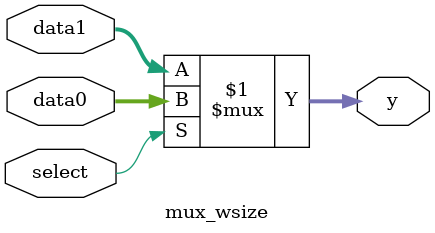
<source format=v>
module mux_wsize(select, data0,data1,y);
  parameter wsize = 4;
  output [wsize-1:0] y;
  input [wsize-1:0] data0,data1;
  input select;
  assign y = select ? data0: data1;
  endmodule 

</source>
